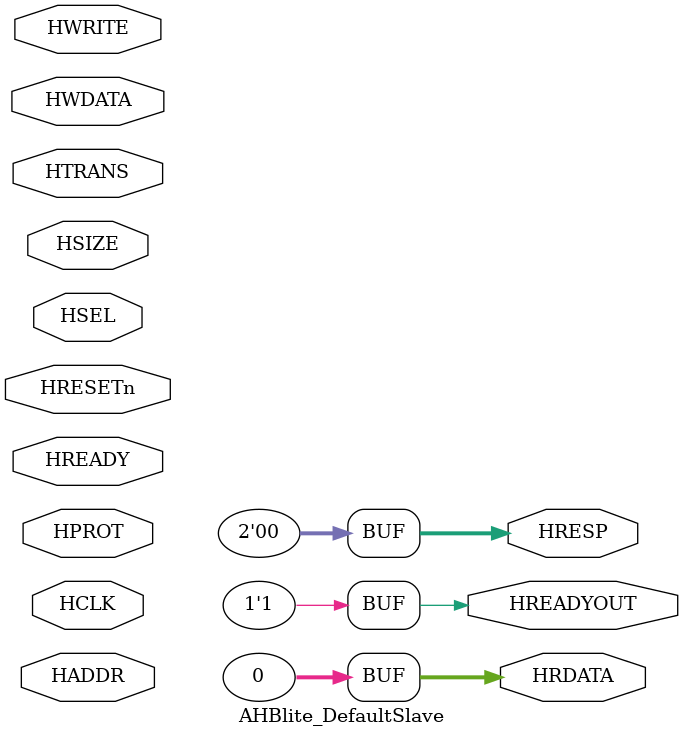
<source format=v>
module AHBlite_DefaultSlave (
    input  wire          HCLK,    
    input  wire          HRESETn, 
    input  wire          HSEL,    
    input  wire   [31:0] HADDR,   
    input  wire    [1:0] HTRANS,  
    input  wire    [2:0] HSIZE,   
    input  wire    [3:0] HPROT,   
    input  wire          HWRITE,  
    input  wire   [31:0] HWDATA,   
    input  wire          HREADY, 
    output wire          HREADYOUT, 
    output wire   [31:0] HRDATA,  
    output wire    [1:0] HRESP
);

assign HRESP = 2'b0;
assign HREADYOUT = 1'b1;
assign HRDATA = 32'b0;

endmodule

</source>
